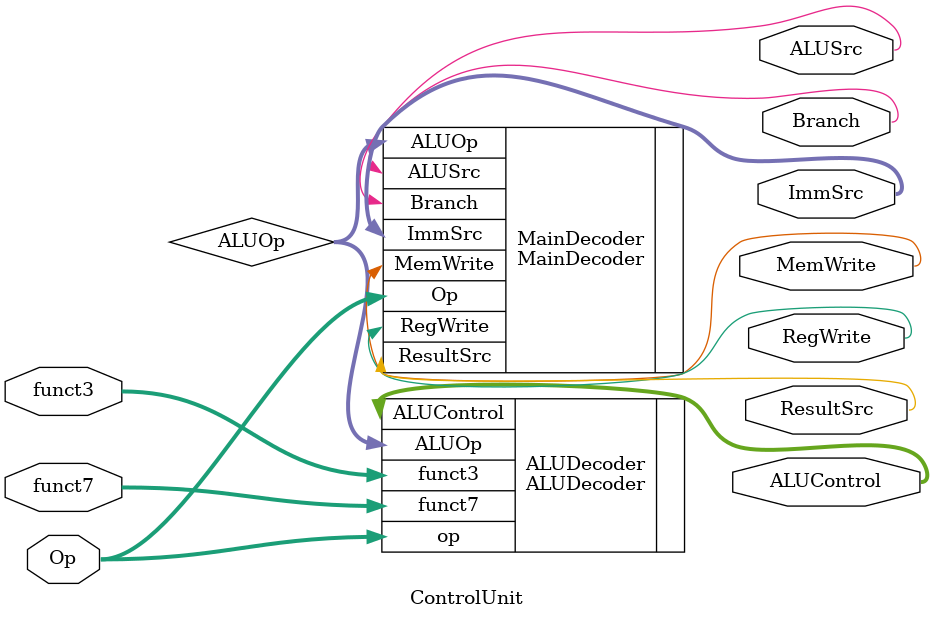
<source format=v>
`include "./Decode/MainDecoder/MainDecoder.v"
`include "./Decode/ALUDecoder/ALUDecoder.v"

module ControlUnit(Op, RegWrite, ImmSrc, ALUSrc, MemWrite, ResultSrc, Branch, funct3, funct7, ALUControl);

    input [6:0] Op, funct7;
    input [2:0] funct3;
    output RegWrite, ALUSrc, MemWrite, ResultSrc, Branch;
    output [1:0] ImmSrc;
    output [2:0] ALUControl;

    wire [1:0] ALUOp;

    MainDecoder MainDecoder(
                .Op(Op),
                .RegWrite(RegWrite),
                .ImmSrc(ImmSrc),
                .MemWrite(MemWrite),
                .ResultSrc(ResultSrc),
                .Branch(Branch),
                .ALUSrc(ALUSrc),
                .ALUOp(ALUOp)
    );

    ALUDecoder ALUDecoder(
                            .ALUOp(ALUOp),
                            .funct3(funct3),
                            .funct7(funct7),
                            .op(Op),
                            .ALUControl(ALUControl)
    );


endmodule
</source>
